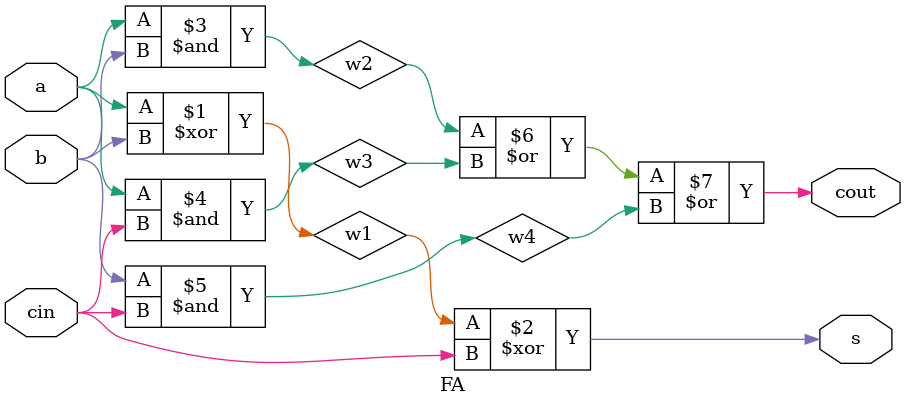
<source format=v>
module FA(a,b,cin,s,cout);
    input a,b,cin;
    output cout,s;
    
    wire w1,w2,w3,w4;
    
    xor  (w1,a,b);
    xor  (s,w1,cin);
    and  (w2,a,b);
    and  (w3,a,cin);
    and  (w4,b,cin);
    or  (cout,w2,w3,w4);
endmodule
</source>
